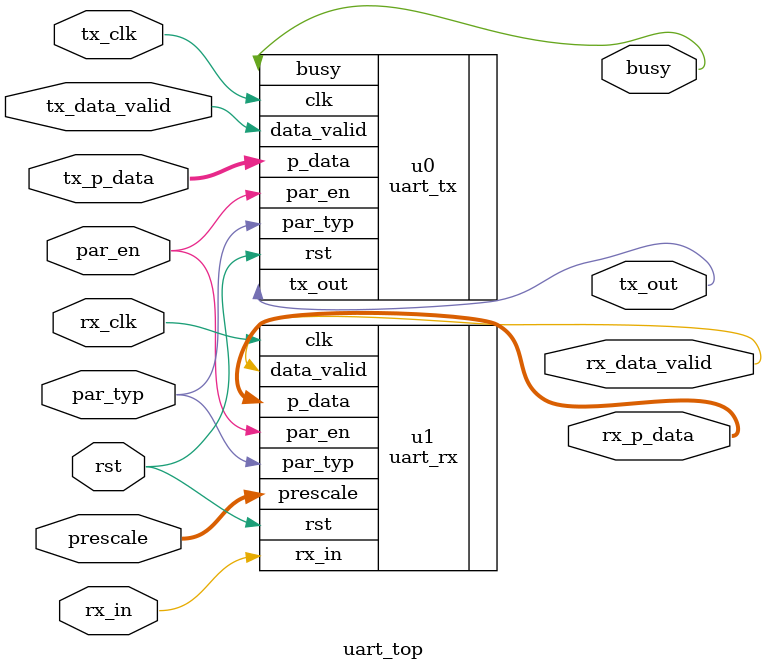
<source format=v>
module uart_top (rx_clk, rst, par_typ, par_en, /*rx_par_typ, rx_par_en,*/ prescale, rx_in, rx_p_data, rx_data_valid, tx_clk, tx_p_data, tx_data_valid, tx_out, busy);

input tx_clk, rst, par_typ, par_en, tx_data_valid;
input [7:0] tx_p_data;
output tx_out, busy;

input rx_clk, rx_in/*, rx_par_typ, rx_par_en*/;
input [4:0] prescale;
output [7:0] rx_p_data;
output rx_data_valid;

uart_tx u0(
    .clk(tx_clk),
    .rst(rst), 
    .par_typ(par_typ), 
    .par_en(par_en), 
    .data_valid(tx_data_valid),
    .p_data(tx_p_data),
    .tx_out(tx_out), 
    .busy(busy)
);

uart_rx u1(
    .clk(rx_clk),
    .rst(rst), 
    .rx_in(rx_in),
    .prescale(prescale),
    .p_data(rx_p_data),
    .data_valid(rx_data_valid),
    .par_typ(par_typ),
    .par_en(par_en)
);

endmodule

</source>
